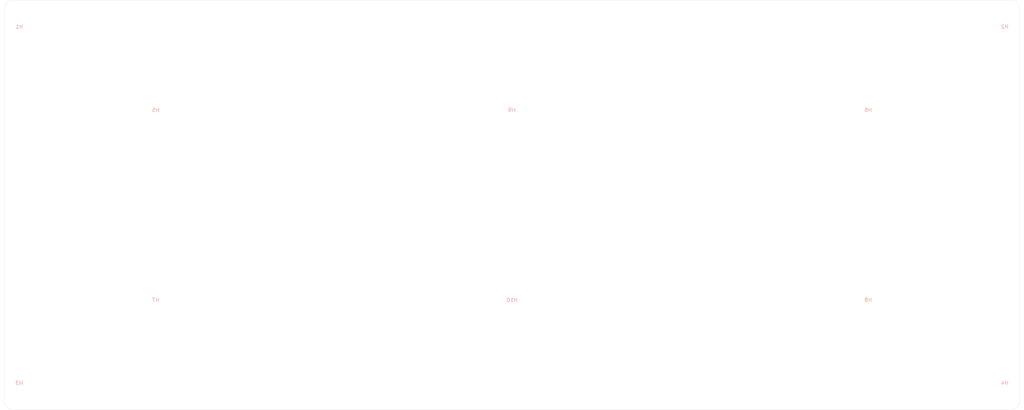
<source format=kicad_pcb>
(kicad_pcb (version 20171130) (host pcbnew "(5.1.4)-1")

  (general
    (thickness 1.6)
    (drawings 8)
    (tracks 0)
    (zones 0)
    (modules 10)
    (nets 1)
  )

  (page A4)
  (layers
    (0 F.Cu signal)
    (31 B.Cu signal)
    (32 B.Adhes user)
    (33 F.Adhes user)
    (34 B.Paste user)
    (35 F.Paste user)
    (36 B.SilkS user)
    (37 F.SilkS user)
    (38 B.Mask user)
    (39 F.Mask user)
    (40 Dwgs.User user)
    (41 Cmts.User user)
    (42 Eco1.User user)
    (43 Eco2.User user)
    (44 Edge.Cuts user)
    (45 Margin user)
    (46 B.CrtYd user)
    (47 F.CrtYd user)
    (48 B.Fab user)
    (49 F.Fab user)
  )

  (setup
    (last_trace_width 0.254)
    (user_trace_width 0.15)
    (user_trace_width 0.2)
    (user_trace_width 0.3)
    (user_trace_width 0.6)
    (trace_clearance 0.2)
    (zone_clearance 0.508)
    (zone_45_only no)
    (trace_min 0.127)
    (via_size 0.8)
    (via_drill 0.4)
    (via_min_size 0.45)
    (via_min_drill 0.2)
    (user_via 0.6 0.3)
    (user_via 0.9 0.4)
    (uvia_size 0.3)
    (uvia_drill 0.1)
    (uvias_allowed no)
    (uvia_min_size 0)
    (uvia_min_drill 0)
    (edge_width 0.04)
    (segment_width 0.255)
    (pcb_text_width 0.31)
    (pcb_text_size 1.53 1.53)
    (mod_edge_width 0.153)
    (mod_text_size 2.295 2.295)
    (mod_text_width 0.225)
    (pad_size 0.6 0.6)
    (pad_drill 0.3)
    (pad_to_mask_clearance 0.05)
    (solder_mask_min_width 0.254)
    (aux_axis_origin 0 0)
    (visible_elements 7FFFFFFF)
    (pcbplotparams
      (layerselection 0x011f2_ffffffff)
      (usegerberextensions true)
      (usegerberattributes false)
      (usegerberadvancedattributes true)
      (creategerberjobfile false)
      (excludeedgelayer true)
      (linewidth 0.154000)
      (plotframeref false)
      (viasonmask false)
      (mode 1)
      (useauxorigin false)
      (hpglpennumber 1)
      (hpglpenspeed 20)
      (hpglpendiameter 15.000000)
      (psnegative false)
      (psa4output false)
      (plotreference true)
      (plotvalue true)
      (plotinvisibletext false)
      (padsonsilk false)
      (subtractmaskfromsilk true)
      (outputformat 1)
      (mirror false)
      (drillshape 0)
      (scaleselection 1)
      (outputdirectory "../Gerbers/"))
  )

  (net 0 "")

  (net_class Default "This is the default net class."
    (clearance 0.2)
    (trace_width 0.254)
    (via_dia 0.8)
    (via_drill 0.4)
    (uvia_dia 0.3)
    (uvia_drill 0.1)
  )

  (net_class Power ""
    (clearance 0.2)
    (trace_width 0.381)
    (via_dia 0.8)
    (via_drill 0.4)
    (uvia_dia 0.3)
    (uvia_drill 0.1)
  )

  (module MountingHole:MountingHole_2mm (layer B.Cu) (tedit 5B924920) (tstamp 5F36D5FF)
    (at 148.43125 138.90625)
    (descr "Mounting Hole 2mm, no annular")
    (tags "mounting hole 2mm no annular")
    (path /5F31661E)
    (attr virtual)
    (fp_text reference H10 (at 0 -3.15) (layer B.SilkS)
      (effects (font (size 1 1) (thickness 0.15)) (justify mirror))
    )
    (fp_text value MountingHole (at 0 -3.1) (layer B.Fab)
      (effects (font (size 1 1) (thickness 0.15)) (justify mirror))
    )
    (fp_circle (center 0 0) (end 2.25 0) (layer B.CrtYd) (width 0.05))
    (fp_circle (center 0 0) (end 2 0) (layer Cmts.User) (width 0.15))
    (fp_text user %R (at 0.3 0) (layer B.Fab)
      (effects (font (size 1 1) (thickness 0.15)) (justify mirror))
    )
    (pad "" np_thru_hole circle (at 0 0) (size 2 2) (drill 2) (layers *.Cu *.Mask))
  )

  (module MountingHole:MountingHole_2mm (layer B.Cu) (tedit 5B924920) (tstamp 5F325B8C)
    (at 148.43125 81.75625)
    (descr "Mounting Hole 2mm, no annular")
    (tags "mounting hole 2mm no annular")
    (path /5F316618)
    (attr virtual)
    (fp_text reference H9 (at 0 3.2) (layer B.SilkS)
      (effects (font (size 1 1) (thickness 0.15)) (justify mirror))
    )
    (fp_text value MountingHole (at 0 -3.1) (layer B.Fab)
      (effects (font (size 1 1) (thickness 0.15)) (justify mirror))
    )
    (fp_text user %R (at 0.3 0) (layer B.Fab)
      (effects (font (size 1 1) (thickness 0.15)) (justify mirror))
    )
    (fp_circle (center 0 0) (end 2 0) (layer Cmts.User) (width 0.15))
    (fp_circle (center 0 0) (end 2.25 0) (layer B.CrtYd) (width 0.05))
    (pad "" np_thru_hole circle (at 0 0) (size 2 2) (drill 2) (layers *.Cu *.Mask))
  )

  (module MountingHole:MountingHole_2mm (layer B.Cu) (tedit 5B924920) (tstamp 5F36D5EA)
    (at 243.68125 138.90625)
    (descr "Mounting Hole 2mm, no annular")
    (tags "mounting hole 2mm no annular")
    (path /5F2B82E0)
    (attr virtual)
    (fp_text reference H8 (at 0 -3.15) (layer B.SilkS)
      (effects (font (size 1 1) (thickness 0.15)) (justify mirror))
    )
    (fp_text value MountingHole (at 0 -3.1) (layer B.Fab)
      (effects (font (size 1 1) (thickness 0.15)) (justify mirror))
    )
    (fp_circle (center 0 0) (end 2.25 0) (layer B.CrtYd) (width 0.05))
    (fp_circle (center 0 0) (end 2 0) (layer Cmts.User) (width 0.15))
    (fp_text user %R (at 0.3 0) (layer B.Fab)
      (effects (font (size 1 1) (thickness 0.15)) (justify mirror))
    )
    (pad "" np_thru_hole circle (at 0 0) (size 2 2) (drill 2) (layers *.Cu *.Mask))
  )

  (module MountingHole:MountingHole_2mm (layer B.Cu) (tedit 5B924920) (tstamp 5F325B7C)
    (at 53.18125 138.90625)
    (descr "Mounting Hole 2mm, no annular")
    (tags "mounting hole 2mm no annular")
    (path /5F2A8030)
    (attr virtual)
    (fp_text reference H7 (at 0 -3.15) (layer B.SilkS)
      (effects (font (size 1 1) (thickness 0.15)) (justify mirror))
    )
    (fp_text value MountingHole (at 0 -3.1) (layer B.Fab)
      (effects (font (size 1 1) (thickness 0.15)) (justify mirror))
    )
    (fp_circle (center 0 0) (end 2.25 0) (layer B.CrtYd) (width 0.05))
    (fp_circle (center 0 0) (end 2 0) (layer Cmts.User) (width 0.15))
    (fp_text user %R (at 0.3 0) (layer B.Fab)
      (effects (font (size 1 1) (thickness 0.15)) (justify mirror))
    )
    (pad "" np_thru_hole circle (at 0 0) (size 2 2) (drill 2) (layers *.Cu *.Mask))
  )

  (module MountingHole:MountingHole_2mm (layer B.Cu) (tedit 5B924920) (tstamp 5F325B74)
    (at 243.68125 81.75625)
    (descr "Mounting Hole 2mm, no annular")
    (tags "mounting hole 2mm no annular")
    (path /5F297D56)
    (attr virtual)
    (fp_text reference H6 (at 0 3.2) (layer B.SilkS)
      (effects (font (size 1 1) (thickness 0.15)) (justify mirror))
    )
    (fp_text value MountingHole (at 0 -3.1) (layer B.Fab)
      (effects (font (size 1 1) (thickness 0.15)) (justify mirror))
    )
    (fp_text user %R (at 0.3 0) (layer B.Fab)
      (effects (font (size 1 1) (thickness 0.15)) (justify mirror))
    )
    (fp_circle (center 0 0) (end 2 0) (layer Cmts.User) (width 0.15))
    (fp_circle (center 0 0) (end 2.25 0) (layer B.CrtYd) (width 0.05))
    (pad "" np_thru_hole circle (at 0 0) (size 2 2) (drill 2) (layers *.Cu *.Mask))
  )

  (module MountingHole:MountingHole_2mm (layer B.Cu) (tedit 5B924920) (tstamp 5F36D5A7)
    (at 53.18125 81.75625)
    (descr "Mounting Hole 2mm, no annular")
    (tags "mounting hole 2mm no annular")
    (path /5F287B05)
    (attr virtual)
    (fp_text reference H5 (at 0 3.2) (layer B.SilkS)
      (effects (font (size 1 1) (thickness 0.15)) (justify mirror))
    )
    (fp_text value MountingHole (at 0 -3.1) (layer B.Fab)
      (effects (font (size 1 1) (thickness 0.15)) (justify mirror))
    )
    (fp_circle (center 0 0) (end 2.25 0) (layer B.CrtYd) (width 0.05))
    (fp_circle (center 0 0) (end 2 0) (layer Cmts.User) (width 0.15))
    (fp_text user %R (at 0.3 0) (layer B.Fab)
      (effects (font (size 1 1) (thickness 0.15)) (justify mirror))
    )
    (pad "" np_thru_hole circle (at 0 0) (size 2 2) (drill 2) (layers *.Cu *.Mask))
  )

  (module MountingHole:MountingHole_2mm (layer B.Cu) (tedit 5B924920) (tstamp 5F325B64)
    (at 280.19375 161.13125)
    (descr "Mounting Hole 2mm, no annular")
    (tags "mounting hole 2mm no annular")
    (path /5F277882)
    (attr virtual)
    (fp_text reference H4 (at 0 -3.175) (layer B.SilkS)
      (effects (font (size 1 1) (thickness 0.15)) (justify mirror))
    )
    (fp_text value MountingHole (at 0 -3.1) (layer B.Fab)
      (effects (font (size 1 1) (thickness 0.15)) (justify mirror))
    )
    (fp_circle (center 0 0) (end 2.25 0) (layer B.CrtYd) (width 0.05))
    (fp_circle (center 0 0) (end 2 0) (layer Cmts.User) (width 0.15))
    (fp_text user %R (at 0.3 0) (layer B.Fab)
      (effects (font (size 1 1) (thickness 0.15)) (justify mirror))
    )
    (pad "" np_thru_hole circle (at 0 0) (size 2 2) (drill 2) (layers *.Cu *.Mask))
  )

  (module MountingHole:MountingHole_2mm (layer B.Cu) (tedit 5B924920) (tstamp 5F325B5C)
    (at 16.66875 161.13125)
    (descr "Mounting Hole 2mm, no annular")
    (tags "mounting hole 2mm no annular")
    (path /5F26714F)
    (attr virtual)
    (fp_text reference H3 (at 0 -3.175) (layer B.SilkS)
      (effects (font (size 1 1) (thickness 0.15)) (justify mirror))
    )
    (fp_text value MountingHole (at 0 -3.1) (layer B.Fab)
      (effects (font (size 1 1) (thickness 0.15)) (justify mirror))
    )
    (fp_circle (center 0 0) (end 2.25 0) (layer B.CrtYd) (width 0.05))
    (fp_circle (center 0 0) (end 2 0) (layer Cmts.User) (width 0.15))
    (fp_text user %R (at 0.3 0) (layer B.Fab)
      (effects (font (size 1 1) (thickness 0.15)) (justify mirror))
    )
    (pad "" np_thru_hole circle (at 0 0) (size 2 2) (drill 2) (layers *.Cu *.Mask))
  )

  (module MountingHole:MountingHole_2mm (layer B.Cu) (tedit 5B924920) (tstamp 5F325B54)
    (at 280.19375 59.53125)
    (descr "Mounting Hole 2mm, no annular")
    (tags "mounting hole 2mm no annular")
    (path /5F256F31)
    (attr virtual)
    (fp_text reference H2 (at 0 3.175) (layer B.SilkS)
      (effects (font (size 1 1) (thickness 0.15)) (justify mirror))
    )
    (fp_text value MountingHole (at 0 -3.1) (layer B.Fab)
      (effects (font (size 1 1) (thickness 0.15)) (justify mirror))
    )
    (fp_circle (center 0 0) (end 2.25 0) (layer B.CrtYd) (width 0.05))
    (fp_circle (center 0 0) (end 2 0) (layer Cmts.User) (width 0.15))
    (fp_text user %R (at 0.3 0) (layer B.Fab)
      (effects (font (size 1 1) (thickness 0.15)) (justify mirror))
    )
    (pad "" np_thru_hole circle (at 0 0) (size 2 2) (drill 2) (layers *.Cu *.Mask))
  )

  (module MountingHole:MountingHole_2mm (layer B.Cu) (tedit 5B924920) (tstamp 5F32E9B0)
    (at 16.66875 59.53125)
    (descr "Mounting Hole 2mm, no annular")
    (tags "mounting hole 2mm no annular")
    (path /5F254E37)
    (attr virtual)
    (fp_text reference H1 (at 0 3.175) (layer B.SilkS)
      (effects (font (size 1 1) (thickness 0.15)) (justify mirror))
    )
    (fp_text value MountingHole (at 0 -3.1) (layer B.Fab)
      (effects (font (size 1 1) (thickness 0.15)) (justify mirror))
    )
    (fp_text user %R (at 0.3 0) (layer B.Fab)
      (effects (font (size 1 1) (thickness 0.15)) (justify mirror))
    )
    (fp_circle (center 0 0) (end 2 0) (layer Cmts.User) (width 0.15))
    (fp_circle (center 0 0) (end 2.25 0) (layer B.CrtYd) (width 0.05))
    (pad "" np_thru_hole circle (at 0 0) (size 2 2) (drill 2) (layers *.Cu *.Mask))
  )

  (gr_line (start 15.08125 165.1) (end 281.78125 165.1) (layer Edge.Cuts) (width 0.05) (tstamp 5F32B050))
  (gr_arc (start 281.78125 162.71875) (end 281.78125 165.1) (angle -90) (layer Edge.Cuts) (width 0.05))
  (gr_line (start 284.1625 162.71875) (end 284.1625 57.94375) (layer Edge.Cuts) (width 0.05) (tstamp 5F252F7B))
  (gr_arc (start 281.78125 57.94375) (end 284.1625 57.94375) (angle -90) (layer Edge.Cuts) (width 0.04))
  (gr_line (start 281.78125 55.5625) (end 15.08125 55.5625) (layer Edge.Cuts) (width 0.05) (tstamp 5F257123))
  (gr_line (start 12.7 57.94375) (end 12.7 162.71875) (layer Edge.Cuts) (width 0.05) (tstamp 5F24ACA0))
  (gr_arc (start 15.08125 57.94375) (end 15.08125 55.5625) (angle -90) (layer Edge.Cuts) (width 0.05))
  (gr_arc (start 15.08125 162.71875) (end 12.7 162.71875) (angle -90) (layer Edge.Cuts) (width 0.05))

)

</source>
